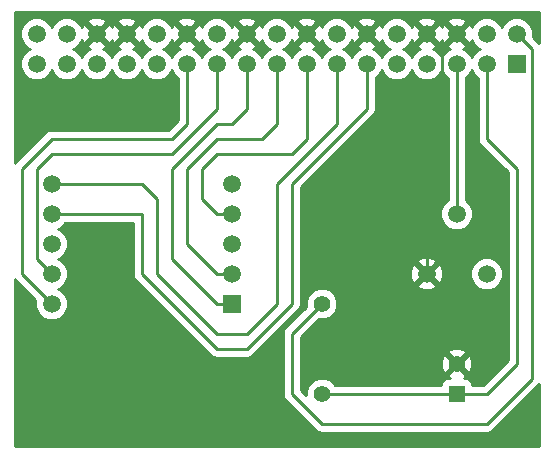
<source format=gbl>
G04 (created by PCBNEW (2013-07-07 BZR 4022)-stable) date 2/25/2014 3:14:01 PM*
%MOIN*%
G04 Gerber Fmt 3.4, Leading zero omitted, Abs format*
%FSLAX34Y34*%
G01*
G70*
G90*
G04 APERTURE LIST*
%ADD10C,0.00590551*%
%ADD11C,0.055*%
%ADD12C,0.0590551*%
%ADD13R,0.0590551X0.0590551*%
%ADD14R,0.055X0.055*%
%ADD15C,0.01*%
G04 APERTURE END LIST*
G54D10*
G54D11*
X52000Y-33500D03*
X52000Y-30500D03*
G54D12*
X55500Y-29500D03*
X57500Y-29500D03*
X56500Y-27500D03*
G54D13*
X49000Y-30500D03*
G54D12*
X49000Y-29500D03*
X49000Y-28500D03*
X49000Y-27500D03*
X49000Y-26500D03*
X43000Y-26500D03*
X43000Y-27500D03*
X43000Y-28500D03*
X43000Y-29500D03*
X43000Y-30500D03*
G54D14*
X56500Y-33500D03*
G54D11*
X56500Y-32500D03*
G54D13*
X58500Y-22500D03*
G54D12*
X58500Y-21500D03*
X57500Y-22500D03*
X57500Y-21500D03*
X56500Y-22500D03*
X56500Y-21500D03*
X55500Y-22500D03*
X55500Y-21500D03*
X54500Y-22500D03*
X54500Y-21500D03*
X53500Y-22500D03*
X53500Y-21500D03*
X52500Y-22500D03*
X52500Y-21500D03*
X51500Y-22500D03*
X51500Y-21500D03*
X50500Y-22500D03*
X50500Y-21500D03*
X49500Y-22500D03*
X49500Y-21500D03*
X48500Y-22500D03*
X48500Y-21500D03*
X47500Y-22500D03*
X47500Y-21500D03*
X46500Y-22500D03*
X46500Y-21500D03*
X45500Y-22500D03*
X45500Y-21500D03*
X44500Y-22500D03*
X44500Y-21500D03*
X43500Y-22500D03*
X43500Y-21500D03*
X42500Y-22500D03*
X42500Y-21500D03*
G54D15*
X55500Y-21500D02*
X56000Y-22000D01*
X55500Y-23500D02*
X55500Y-29500D01*
X56000Y-23000D02*
X55500Y-23500D01*
X56000Y-22000D02*
X56000Y-23000D01*
X52000Y-30500D02*
X51000Y-31500D01*
X59000Y-22000D02*
X58500Y-21500D01*
X59000Y-25500D02*
X59000Y-22000D01*
X59000Y-33000D02*
X59000Y-25500D01*
X57500Y-34500D02*
X59000Y-33000D01*
X52000Y-34500D02*
X57500Y-34500D01*
X51000Y-33500D02*
X52000Y-34500D01*
X51000Y-31500D02*
X51000Y-33500D01*
X56500Y-27500D02*
X56500Y-22500D01*
X56500Y-33500D02*
X57500Y-33500D01*
X57500Y-25000D02*
X57500Y-22500D01*
X58500Y-26000D02*
X57500Y-25000D01*
X58500Y-32500D02*
X58500Y-26000D01*
X57500Y-33500D02*
X58500Y-32500D01*
X52000Y-33500D02*
X56500Y-33500D01*
X43000Y-27500D02*
X46000Y-27500D01*
X53500Y-24000D02*
X53500Y-22500D01*
X51000Y-26500D02*
X53500Y-24000D01*
X51000Y-30500D02*
X51000Y-26500D01*
X49500Y-32000D02*
X51000Y-30500D01*
X48500Y-32000D02*
X49500Y-32000D01*
X46000Y-29500D02*
X48500Y-32000D01*
X46000Y-27500D02*
X46000Y-29500D01*
X43000Y-26500D02*
X46000Y-26500D01*
X52500Y-24500D02*
X52500Y-22500D01*
X50500Y-26500D02*
X52500Y-24500D01*
X50500Y-30500D02*
X50500Y-26500D01*
X49500Y-31500D02*
X50500Y-30500D01*
X48500Y-31500D02*
X49500Y-31500D01*
X46500Y-29500D02*
X48500Y-31500D01*
X46500Y-27000D02*
X46500Y-29500D01*
X46000Y-26500D02*
X46500Y-27000D01*
X49000Y-27500D02*
X48500Y-27500D01*
X51500Y-25000D02*
X51500Y-22500D01*
X51000Y-25500D02*
X51500Y-25000D01*
X48500Y-25500D02*
X51000Y-25500D01*
X48000Y-26000D02*
X48500Y-25500D01*
X48000Y-27000D02*
X48000Y-26000D01*
X48500Y-27500D02*
X48000Y-27000D01*
X49000Y-29500D02*
X48500Y-29500D01*
X50500Y-24500D02*
X50500Y-22500D01*
X50000Y-25000D02*
X50500Y-24500D01*
X48500Y-25000D02*
X50000Y-25000D01*
X47500Y-26000D02*
X48500Y-25000D01*
X47500Y-28500D02*
X47500Y-26000D01*
X48500Y-29500D02*
X47500Y-28500D01*
X49000Y-30500D02*
X48500Y-30500D01*
X49500Y-24000D02*
X49500Y-22500D01*
X49000Y-24500D02*
X49500Y-24000D01*
X48500Y-24500D02*
X49000Y-24500D01*
X47000Y-26000D02*
X48500Y-24500D01*
X47000Y-29000D02*
X47000Y-26000D01*
X48500Y-30500D02*
X47000Y-29000D01*
X43000Y-29500D02*
X42500Y-29000D01*
X48500Y-24000D02*
X48500Y-22500D01*
X47000Y-25500D02*
X48500Y-24000D01*
X43000Y-25500D02*
X47000Y-25500D01*
X42500Y-26000D02*
X43000Y-25500D01*
X42500Y-29000D02*
X42500Y-26000D01*
X43000Y-30500D02*
X42000Y-29500D01*
X47500Y-24500D02*
X47500Y-22500D01*
X47000Y-25000D02*
X47500Y-24500D01*
X43000Y-25000D02*
X47000Y-25000D01*
X42000Y-26000D02*
X43000Y-25000D01*
X42000Y-29500D02*
X42000Y-26000D01*
G54D10*
G36*
X59230Y-21815D02*
X59212Y-21787D01*
X59212Y-21787D01*
X59041Y-21617D01*
X59045Y-21608D01*
X59045Y-21392D01*
X58962Y-21191D01*
X58809Y-21038D01*
X58608Y-20954D01*
X58392Y-20954D01*
X58191Y-21037D01*
X58038Y-21190D01*
X58000Y-21282D01*
X57962Y-21191D01*
X57809Y-21038D01*
X57608Y-20954D01*
X57392Y-20954D01*
X57191Y-21037D01*
X57038Y-21190D01*
X57002Y-21275D01*
X56977Y-21214D01*
X56882Y-21188D01*
X56811Y-21258D01*
X56811Y-21117D01*
X56785Y-21022D01*
X56580Y-20949D01*
X56363Y-20960D01*
X56214Y-21022D01*
X56188Y-21117D01*
X56500Y-21429D01*
X56811Y-21117D01*
X56811Y-21258D01*
X56570Y-21500D01*
X56882Y-21811D01*
X56977Y-21785D01*
X57000Y-21719D01*
X57037Y-21808D01*
X57190Y-21961D01*
X57282Y-21999D01*
X57191Y-22037D01*
X57038Y-22190D01*
X57000Y-22282D01*
X56962Y-22191D01*
X56809Y-22038D01*
X56724Y-22002D01*
X56785Y-21977D01*
X56811Y-21882D01*
X56500Y-21570D01*
X56429Y-21641D01*
X56429Y-21500D01*
X56117Y-21188D01*
X56022Y-21214D01*
X56001Y-21273D01*
X55977Y-21214D01*
X55882Y-21188D01*
X55811Y-21258D01*
X55811Y-21117D01*
X55785Y-21022D01*
X55580Y-20949D01*
X55363Y-20960D01*
X55214Y-21022D01*
X55188Y-21117D01*
X55500Y-21429D01*
X55811Y-21117D01*
X55811Y-21258D01*
X55570Y-21500D01*
X55882Y-21811D01*
X55977Y-21785D01*
X55998Y-21726D01*
X56022Y-21785D01*
X56117Y-21811D01*
X56429Y-21500D01*
X56429Y-21641D01*
X56188Y-21882D01*
X56214Y-21977D01*
X56280Y-22000D01*
X56191Y-22037D01*
X56038Y-22190D01*
X56000Y-22282D01*
X55962Y-22191D01*
X55809Y-22038D01*
X55724Y-22002D01*
X55785Y-21977D01*
X55811Y-21882D01*
X55500Y-21570D01*
X55188Y-21882D01*
X55214Y-21977D01*
X55280Y-22000D01*
X55191Y-22037D01*
X55038Y-22190D01*
X55000Y-22282D01*
X54962Y-22191D01*
X54809Y-22038D01*
X54717Y-22000D01*
X54808Y-21962D01*
X54961Y-21809D01*
X54997Y-21724D01*
X55022Y-21785D01*
X55117Y-21811D01*
X55429Y-21500D01*
X55117Y-21188D01*
X55022Y-21214D01*
X54999Y-21280D01*
X54962Y-21191D01*
X54809Y-21038D01*
X54608Y-20954D01*
X54392Y-20954D01*
X54191Y-21037D01*
X54038Y-21190D01*
X54002Y-21275D01*
X53977Y-21214D01*
X53882Y-21188D01*
X53811Y-21258D01*
X53811Y-21117D01*
X53785Y-21022D01*
X53580Y-20949D01*
X53363Y-20960D01*
X53214Y-21022D01*
X53188Y-21117D01*
X53500Y-21429D01*
X53811Y-21117D01*
X53811Y-21258D01*
X53570Y-21500D01*
X53882Y-21811D01*
X53977Y-21785D01*
X54000Y-21719D01*
X54037Y-21808D01*
X54190Y-21961D01*
X54282Y-21999D01*
X54191Y-22037D01*
X54038Y-22190D01*
X54000Y-22282D01*
X53962Y-22191D01*
X53809Y-22038D01*
X53724Y-22002D01*
X53785Y-21977D01*
X53811Y-21882D01*
X53500Y-21570D01*
X53188Y-21882D01*
X53214Y-21977D01*
X53280Y-22000D01*
X53191Y-22037D01*
X53038Y-22190D01*
X53000Y-22282D01*
X52962Y-22191D01*
X52809Y-22038D01*
X52717Y-22000D01*
X52808Y-21962D01*
X52961Y-21809D01*
X52997Y-21724D01*
X53022Y-21785D01*
X53117Y-21811D01*
X53429Y-21500D01*
X53117Y-21188D01*
X53022Y-21214D01*
X52999Y-21280D01*
X52962Y-21191D01*
X52809Y-21038D01*
X52608Y-20954D01*
X52392Y-20954D01*
X52191Y-21037D01*
X52038Y-21190D01*
X52002Y-21275D01*
X51977Y-21214D01*
X51882Y-21188D01*
X51811Y-21258D01*
X51811Y-21117D01*
X51785Y-21022D01*
X51580Y-20949D01*
X51363Y-20960D01*
X51214Y-21022D01*
X51188Y-21117D01*
X51500Y-21429D01*
X51811Y-21117D01*
X51811Y-21258D01*
X51570Y-21500D01*
X51882Y-21811D01*
X51977Y-21785D01*
X52000Y-21719D01*
X52037Y-21808D01*
X52190Y-21961D01*
X52282Y-21999D01*
X52191Y-22037D01*
X52038Y-22190D01*
X52000Y-22282D01*
X51962Y-22191D01*
X51809Y-22038D01*
X51724Y-22002D01*
X51785Y-21977D01*
X51811Y-21882D01*
X51500Y-21570D01*
X51188Y-21882D01*
X51214Y-21977D01*
X51280Y-22000D01*
X51191Y-22037D01*
X51038Y-22190D01*
X51000Y-22282D01*
X50962Y-22191D01*
X50809Y-22038D01*
X50717Y-22000D01*
X50808Y-21962D01*
X50961Y-21809D01*
X50997Y-21724D01*
X51022Y-21785D01*
X51117Y-21811D01*
X51429Y-21500D01*
X51117Y-21188D01*
X51022Y-21214D01*
X50999Y-21280D01*
X50962Y-21191D01*
X50809Y-21038D01*
X50608Y-20954D01*
X50392Y-20954D01*
X50191Y-21037D01*
X50038Y-21190D01*
X50002Y-21275D01*
X49977Y-21214D01*
X49882Y-21188D01*
X49811Y-21258D01*
X49811Y-21117D01*
X49785Y-21022D01*
X49580Y-20949D01*
X49363Y-20960D01*
X49214Y-21022D01*
X49188Y-21117D01*
X49500Y-21429D01*
X49811Y-21117D01*
X49811Y-21258D01*
X49570Y-21500D01*
X49882Y-21811D01*
X49977Y-21785D01*
X50000Y-21719D01*
X50037Y-21808D01*
X50190Y-21961D01*
X50282Y-21999D01*
X50191Y-22037D01*
X50038Y-22190D01*
X50000Y-22282D01*
X49962Y-22191D01*
X49809Y-22038D01*
X49724Y-22002D01*
X49785Y-21977D01*
X49811Y-21882D01*
X49500Y-21570D01*
X49188Y-21882D01*
X49214Y-21977D01*
X49280Y-22000D01*
X49191Y-22037D01*
X49038Y-22190D01*
X49000Y-22282D01*
X48962Y-22191D01*
X48809Y-22038D01*
X48717Y-22000D01*
X48808Y-21962D01*
X48961Y-21809D01*
X48997Y-21724D01*
X49022Y-21785D01*
X49117Y-21811D01*
X49429Y-21500D01*
X49117Y-21188D01*
X49022Y-21214D01*
X48999Y-21280D01*
X48962Y-21191D01*
X48809Y-21038D01*
X48608Y-20954D01*
X48392Y-20954D01*
X48191Y-21037D01*
X48038Y-21190D01*
X48002Y-21275D01*
X47977Y-21214D01*
X47882Y-21188D01*
X47811Y-21258D01*
X47811Y-21117D01*
X47785Y-21022D01*
X47580Y-20949D01*
X47363Y-20960D01*
X47214Y-21022D01*
X47188Y-21117D01*
X47500Y-21429D01*
X47811Y-21117D01*
X47811Y-21258D01*
X47570Y-21500D01*
X47882Y-21811D01*
X47977Y-21785D01*
X48000Y-21719D01*
X48037Y-21808D01*
X48190Y-21961D01*
X48282Y-21999D01*
X48191Y-22037D01*
X48038Y-22190D01*
X48000Y-22282D01*
X47962Y-22191D01*
X47809Y-22038D01*
X47724Y-22002D01*
X47785Y-21977D01*
X47811Y-21882D01*
X47500Y-21570D01*
X47188Y-21882D01*
X47214Y-21977D01*
X47280Y-22000D01*
X47191Y-22037D01*
X47038Y-22190D01*
X47000Y-22282D01*
X46962Y-22191D01*
X46809Y-22038D01*
X46717Y-22000D01*
X46808Y-21962D01*
X46961Y-21809D01*
X46997Y-21724D01*
X47022Y-21785D01*
X47117Y-21811D01*
X47429Y-21500D01*
X47117Y-21188D01*
X47022Y-21214D01*
X46999Y-21280D01*
X46962Y-21191D01*
X46809Y-21038D01*
X46608Y-20954D01*
X46392Y-20954D01*
X46191Y-21037D01*
X46038Y-21190D01*
X46002Y-21275D01*
X45977Y-21214D01*
X45882Y-21188D01*
X45811Y-21258D01*
X45811Y-21117D01*
X45785Y-21022D01*
X45580Y-20949D01*
X45363Y-20960D01*
X45214Y-21022D01*
X45188Y-21117D01*
X45500Y-21429D01*
X45811Y-21117D01*
X45811Y-21258D01*
X45570Y-21500D01*
X45882Y-21811D01*
X45977Y-21785D01*
X46000Y-21719D01*
X46037Y-21808D01*
X46190Y-21961D01*
X46282Y-21999D01*
X46191Y-22037D01*
X46038Y-22190D01*
X46000Y-22282D01*
X45962Y-22191D01*
X45809Y-22038D01*
X45724Y-22002D01*
X45785Y-21977D01*
X45811Y-21882D01*
X45500Y-21570D01*
X45429Y-21641D01*
X45429Y-21500D01*
X45117Y-21188D01*
X45022Y-21214D01*
X45001Y-21273D01*
X44977Y-21214D01*
X44882Y-21188D01*
X44811Y-21258D01*
X44811Y-21117D01*
X44785Y-21022D01*
X44580Y-20949D01*
X44363Y-20960D01*
X44214Y-21022D01*
X44188Y-21117D01*
X44500Y-21429D01*
X44811Y-21117D01*
X44811Y-21258D01*
X44570Y-21500D01*
X44882Y-21811D01*
X44977Y-21785D01*
X44998Y-21726D01*
X45022Y-21785D01*
X45117Y-21811D01*
X45429Y-21500D01*
X45429Y-21641D01*
X45188Y-21882D01*
X45214Y-21977D01*
X45280Y-22000D01*
X45191Y-22037D01*
X45038Y-22190D01*
X45000Y-22282D01*
X44962Y-22191D01*
X44809Y-22038D01*
X44724Y-22002D01*
X44785Y-21977D01*
X44811Y-21882D01*
X44500Y-21570D01*
X44188Y-21882D01*
X44214Y-21977D01*
X44280Y-22000D01*
X44191Y-22037D01*
X44038Y-22190D01*
X44000Y-22282D01*
X43962Y-22191D01*
X43809Y-22038D01*
X43717Y-22000D01*
X43808Y-21962D01*
X43961Y-21809D01*
X43997Y-21724D01*
X44022Y-21785D01*
X44117Y-21811D01*
X44429Y-21500D01*
X44117Y-21188D01*
X44022Y-21214D01*
X43999Y-21280D01*
X43962Y-21191D01*
X43809Y-21038D01*
X43608Y-20954D01*
X43392Y-20954D01*
X43191Y-21037D01*
X43038Y-21190D01*
X43000Y-21282D01*
X42962Y-21191D01*
X42809Y-21038D01*
X42608Y-20954D01*
X42392Y-20954D01*
X42191Y-21037D01*
X42038Y-21190D01*
X41954Y-21391D01*
X41954Y-21607D01*
X42037Y-21808D01*
X42190Y-21961D01*
X42282Y-21999D01*
X42191Y-22037D01*
X42038Y-22190D01*
X41954Y-22391D01*
X41954Y-22607D01*
X42037Y-22808D01*
X42190Y-22961D01*
X42391Y-23045D01*
X42607Y-23045D01*
X42808Y-22962D01*
X42961Y-22809D01*
X42999Y-22717D01*
X43037Y-22808D01*
X43190Y-22961D01*
X43391Y-23045D01*
X43607Y-23045D01*
X43808Y-22962D01*
X43961Y-22809D01*
X43999Y-22717D01*
X44037Y-22808D01*
X44190Y-22961D01*
X44391Y-23045D01*
X44607Y-23045D01*
X44808Y-22962D01*
X44961Y-22809D01*
X44999Y-22717D01*
X45037Y-22808D01*
X45190Y-22961D01*
X45391Y-23045D01*
X45607Y-23045D01*
X45808Y-22962D01*
X45961Y-22809D01*
X45999Y-22717D01*
X46037Y-22808D01*
X46190Y-22961D01*
X46391Y-23045D01*
X46607Y-23045D01*
X46808Y-22962D01*
X46961Y-22809D01*
X46999Y-22717D01*
X47037Y-22808D01*
X47190Y-22961D01*
X47200Y-22965D01*
X47200Y-24375D01*
X46875Y-24700D01*
X43000Y-24700D01*
X42885Y-24722D01*
X42787Y-24787D01*
X41787Y-25787D01*
X41769Y-25815D01*
X41769Y-20769D01*
X59230Y-20769D01*
X59230Y-21815D01*
X59230Y-21815D01*
G37*
G54D15*
X59230Y-21815D02*
X59212Y-21787D01*
X59212Y-21787D01*
X59041Y-21617D01*
X59045Y-21608D01*
X59045Y-21392D01*
X58962Y-21191D01*
X58809Y-21038D01*
X58608Y-20954D01*
X58392Y-20954D01*
X58191Y-21037D01*
X58038Y-21190D01*
X58000Y-21282D01*
X57962Y-21191D01*
X57809Y-21038D01*
X57608Y-20954D01*
X57392Y-20954D01*
X57191Y-21037D01*
X57038Y-21190D01*
X57002Y-21275D01*
X56977Y-21214D01*
X56882Y-21188D01*
X56811Y-21258D01*
X56811Y-21117D01*
X56785Y-21022D01*
X56580Y-20949D01*
X56363Y-20960D01*
X56214Y-21022D01*
X56188Y-21117D01*
X56500Y-21429D01*
X56811Y-21117D01*
X56811Y-21258D01*
X56570Y-21500D01*
X56882Y-21811D01*
X56977Y-21785D01*
X57000Y-21719D01*
X57037Y-21808D01*
X57190Y-21961D01*
X57282Y-21999D01*
X57191Y-22037D01*
X57038Y-22190D01*
X57000Y-22282D01*
X56962Y-22191D01*
X56809Y-22038D01*
X56724Y-22002D01*
X56785Y-21977D01*
X56811Y-21882D01*
X56500Y-21570D01*
X56429Y-21641D01*
X56429Y-21500D01*
X56117Y-21188D01*
X56022Y-21214D01*
X56001Y-21273D01*
X55977Y-21214D01*
X55882Y-21188D01*
X55811Y-21258D01*
X55811Y-21117D01*
X55785Y-21022D01*
X55580Y-20949D01*
X55363Y-20960D01*
X55214Y-21022D01*
X55188Y-21117D01*
X55500Y-21429D01*
X55811Y-21117D01*
X55811Y-21258D01*
X55570Y-21500D01*
X55882Y-21811D01*
X55977Y-21785D01*
X55998Y-21726D01*
X56022Y-21785D01*
X56117Y-21811D01*
X56429Y-21500D01*
X56429Y-21641D01*
X56188Y-21882D01*
X56214Y-21977D01*
X56280Y-22000D01*
X56191Y-22037D01*
X56038Y-22190D01*
X56000Y-22282D01*
X55962Y-22191D01*
X55809Y-22038D01*
X55724Y-22002D01*
X55785Y-21977D01*
X55811Y-21882D01*
X55500Y-21570D01*
X55188Y-21882D01*
X55214Y-21977D01*
X55280Y-22000D01*
X55191Y-22037D01*
X55038Y-22190D01*
X55000Y-22282D01*
X54962Y-22191D01*
X54809Y-22038D01*
X54717Y-22000D01*
X54808Y-21962D01*
X54961Y-21809D01*
X54997Y-21724D01*
X55022Y-21785D01*
X55117Y-21811D01*
X55429Y-21500D01*
X55117Y-21188D01*
X55022Y-21214D01*
X54999Y-21280D01*
X54962Y-21191D01*
X54809Y-21038D01*
X54608Y-20954D01*
X54392Y-20954D01*
X54191Y-21037D01*
X54038Y-21190D01*
X54002Y-21275D01*
X53977Y-21214D01*
X53882Y-21188D01*
X53811Y-21258D01*
X53811Y-21117D01*
X53785Y-21022D01*
X53580Y-20949D01*
X53363Y-20960D01*
X53214Y-21022D01*
X53188Y-21117D01*
X53500Y-21429D01*
X53811Y-21117D01*
X53811Y-21258D01*
X53570Y-21500D01*
X53882Y-21811D01*
X53977Y-21785D01*
X54000Y-21719D01*
X54037Y-21808D01*
X54190Y-21961D01*
X54282Y-21999D01*
X54191Y-22037D01*
X54038Y-22190D01*
X54000Y-22282D01*
X53962Y-22191D01*
X53809Y-22038D01*
X53724Y-22002D01*
X53785Y-21977D01*
X53811Y-21882D01*
X53500Y-21570D01*
X53188Y-21882D01*
X53214Y-21977D01*
X53280Y-22000D01*
X53191Y-22037D01*
X53038Y-22190D01*
X53000Y-22282D01*
X52962Y-22191D01*
X52809Y-22038D01*
X52717Y-22000D01*
X52808Y-21962D01*
X52961Y-21809D01*
X52997Y-21724D01*
X53022Y-21785D01*
X53117Y-21811D01*
X53429Y-21500D01*
X53117Y-21188D01*
X53022Y-21214D01*
X52999Y-21280D01*
X52962Y-21191D01*
X52809Y-21038D01*
X52608Y-20954D01*
X52392Y-20954D01*
X52191Y-21037D01*
X52038Y-21190D01*
X52002Y-21275D01*
X51977Y-21214D01*
X51882Y-21188D01*
X51811Y-21258D01*
X51811Y-21117D01*
X51785Y-21022D01*
X51580Y-20949D01*
X51363Y-20960D01*
X51214Y-21022D01*
X51188Y-21117D01*
X51500Y-21429D01*
X51811Y-21117D01*
X51811Y-21258D01*
X51570Y-21500D01*
X51882Y-21811D01*
X51977Y-21785D01*
X52000Y-21719D01*
X52037Y-21808D01*
X52190Y-21961D01*
X52282Y-21999D01*
X52191Y-22037D01*
X52038Y-22190D01*
X52000Y-22282D01*
X51962Y-22191D01*
X51809Y-22038D01*
X51724Y-22002D01*
X51785Y-21977D01*
X51811Y-21882D01*
X51500Y-21570D01*
X51188Y-21882D01*
X51214Y-21977D01*
X51280Y-22000D01*
X51191Y-22037D01*
X51038Y-22190D01*
X51000Y-22282D01*
X50962Y-22191D01*
X50809Y-22038D01*
X50717Y-22000D01*
X50808Y-21962D01*
X50961Y-21809D01*
X50997Y-21724D01*
X51022Y-21785D01*
X51117Y-21811D01*
X51429Y-21500D01*
X51117Y-21188D01*
X51022Y-21214D01*
X50999Y-21280D01*
X50962Y-21191D01*
X50809Y-21038D01*
X50608Y-20954D01*
X50392Y-20954D01*
X50191Y-21037D01*
X50038Y-21190D01*
X50002Y-21275D01*
X49977Y-21214D01*
X49882Y-21188D01*
X49811Y-21258D01*
X49811Y-21117D01*
X49785Y-21022D01*
X49580Y-20949D01*
X49363Y-20960D01*
X49214Y-21022D01*
X49188Y-21117D01*
X49500Y-21429D01*
X49811Y-21117D01*
X49811Y-21258D01*
X49570Y-21500D01*
X49882Y-21811D01*
X49977Y-21785D01*
X50000Y-21719D01*
X50037Y-21808D01*
X50190Y-21961D01*
X50282Y-21999D01*
X50191Y-22037D01*
X50038Y-22190D01*
X50000Y-22282D01*
X49962Y-22191D01*
X49809Y-22038D01*
X49724Y-22002D01*
X49785Y-21977D01*
X49811Y-21882D01*
X49500Y-21570D01*
X49188Y-21882D01*
X49214Y-21977D01*
X49280Y-22000D01*
X49191Y-22037D01*
X49038Y-22190D01*
X49000Y-22282D01*
X48962Y-22191D01*
X48809Y-22038D01*
X48717Y-22000D01*
X48808Y-21962D01*
X48961Y-21809D01*
X48997Y-21724D01*
X49022Y-21785D01*
X49117Y-21811D01*
X49429Y-21500D01*
X49117Y-21188D01*
X49022Y-21214D01*
X48999Y-21280D01*
X48962Y-21191D01*
X48809Y-21038D01*
X48608Y-20954D01*
X48392Y-20954D01*
X48191Y-21037D01*
X48038Y-21190D01*
X48002Y-21275D01*
X47977Y-21214D01*
X47882Y-21188D01*
X47811Y-21258D01*
X47811Y-21117D01*
X47785Y-21022D01*
X47580Y-20949D01*
X47363Y-20960D01*
X47214Y-21022D01*
X47188Y-21117D01*
X47500Y-21429D01*
X47811Y-21117D01*
X47811Y-21258D01*
X47570Y-21500D01*
X47882Y-21811D01*
X47977Y-21785D01*
X48000Y-21719D01*
X48037Y-21808D01*
X48190Y-21961D01*
X48282Y-21999D01*
X48191Y-22037D01*
X48038Y-22190D01*
X48000Y-22282D01*
X47962Y-22191D01*
X47809Y-22038D01*
X47724Y-22002D01*
X47785Y-21977D01*
X47811Y-21882D01*
X47500Y-21570D01*
X47188Y-21882D01*
X47214Y-21977D01*
X47280Y-22000D01*
X47191Y-22037D01*
X47038Y-22190D01*
X47000Y-22282D01*
X46962Y-22191D01*
X46809Y-22038D01*
X46717Y-22000D01*
X46808Y-21962D01*
X46961Y-21809D01*
X46997Y-21724D01*
X47022Y-21785D01*
X47117Y-21811D01*
X47429Y-21500D01*
X47117Y-21188D01*
X47022Y-21214D01*
X46999Y-21280D01*
X46962Y-21191D01*
X46809Y-21038D01*
X46608Y-20954D01*
X46392Y-20954D01*
X46191Y-21037D01*
X46038Y-21190D01*
X46002Y-21275D01*
X45977Y-21214D01*
X45882Y-21188D01*
X45811Y-21258D01*
X45811Y-21117D01*
X45785Y-21022D01*
X45580Y-20949D01*
X45363Y-20960D01*
X45214Y-21022D01*
X45188Y-21117D01*
X45500Y-21429D01*
X45811Y-21117D01*
X45811Y-21258D01*
X45570Y-21500D01*
X45882Y-21811D01*
X45977Y-21785D01*
X46000Y-21719D01*
X46037Y-21808D01*
X46190Y-21961D01*
X46282Y-21999D01*
X46191Y-22037D01*
X46038Y-22190D01*
X46000Y-22282D01*
X45962Y-22191D01*
X45809Y-22038D01*
X45724Y-22002D01*
X45785Y-21977D01*
X45811Y-21882D01*
X45500Y-21570D01*
X45429Y-21641D01*
X45429Y-21500D01*
X45117Y-21188D01*
X45022Y-21214D01*
X45001Y-21273D01*
X44977Y-21214D01*
X44882Y-21188D01*
X44811Y-21258D01*
X44811Y-21117D01*
X44785Y-21022D01*
X44580Y-20949D01*
X44363Y-20960D01*
X44214Y-21022D01*
X44188Y-21117D01*
X44500Y-21429D01*
X44811Y-21117D01*
X44811Y-21258D01*
X44570Y-21500D01*
X44882Y-21811D01*
X44977Y-21785D01*
X44998Y-21726D01*
X45022Y-21785D01*
X45117Y-21811D01*
X45429Y-21500D01*
X45429Y-21641D01*
X45188Y-21882D01*
X45214Y-21977D01*
X45280Y-22000D01*
X45191Y-22037D01*
X45038Y-22190D01*
X45000Y-22282D01*
X44962Y-22191D01*
X44809Y-22038D01*
X44724Y-22002D01*
X44785Y-21977D01*
X44811Y-21882D01*
X44500Y-21570D01*
X44188Y-21882D01*
X44214Y-21977D01*
X44280Y-22000D01*
X44191Y-22037D01*
X44038Y-22190D01*
X44000Y-22282D01*
X43962Y-22191D01*
X43809Y-22038D01*
X43717Y-22000D01*
X43808Y-21962D01*
X43961Y-21809D01*
X43997Y-21724D01*
X44022Y-21785D01*
X44117Y-21811D01*
X44429Y-21500D01*
X44117Y-21188D01*
X44022Y-21214D01*
X43999Y-21280D01*
X43962Y-21191D01*
X43809Y-21038D01*
X43608Y-20954D01*
X43392Y-20954D01*
X43191Y-21037D01*
X43038Y-21190D01*
X43000Y-21282D01*
X42962Y-21191D01*
X42809Y-21038D01*
X42608Y-20954D01*
X42392Y-20954D01*
X42191Y-21037D01*
X42038Y-21190D01*
X41954Y-21391D01*
X41954Y-21607D01*
X42037Y-21808D01*
X42190Y-21961D01*
X42282Y-21999D01*
X42191Y-22037D01*
X42038Y-22190D01*
X41954Y-22391D01*
X41954Y-22607D01*
X42037Y-22808D01*
X42190Y-22961D01*
X42391Y-23045D01*
X42607Y-23045D01*
X42808Y-22962D01*
X42961Y-22809D01*
X42999Y-22717D01*
X43037Y-22808D01*
X43190Y-22961D01*
X43391Y-23045D01*
X43607Y-23045D01*
X43808Y-22962D01*
X43961Y-22809D01*
X43999Y-22717D01*
X44037Y-22808D01*
X44190Y-22961D01*
X44391Y-23045D01*
X44607Y-23045D01*
X44808Y-22962D01*
X44961Y-22809D01*
X44999Y-22717D01*
X45037Y-22808D01*
X45190Y-22961D01*
X45391Y-23045D01*
X45607Y-23045D01*
X45808Y-22962D01*
X45961Y-22809D01*
X45999Y-22717D01*
X46037Y-22808D01*
X46190Y-22961D01*
X46391Y-23045D01*
X46607Y-23045D01*
X46808Y-22962D01*
X46961Y-22809D01*
X46999Y-22717D01*
X47037Y-22808D01*
X47190Y-22961D01*
X47200Y-22965D01*
X47200Y-24375D01*
X46875Y-24700D01*
X43000Y-24700D01*
X42885Y-24722D01*
X42787Y-24787D01*
X41787Y-25787D01*
X41769Y-25815D01*
X41769Y-20769D01*
X59230Y-20769D01*
X59230Y-21815D01*
G54D10*
G36*
X59230Y-35230D02*
X41769Y-35230D01*
X41769Y-29684D01*
X41787Y-29712D01*
X42458Y-30382D01*
X42454Y-30391D01*
X42454Y-30607D01*
X42537Y-30808D01*
X42690Y-30961D01*
X42891Y-31045D01*
X43107Y-31045D01*
X43308Y-30962D01*
X43461Y-30809D01*
X43545Y-30608D01*
X43545Y-30392D01*
X43462Y-30191D01*
X43309Y-30038D01*
X43217Y-30000D01*
X43308Y-29962D01*
X43461Y-29809D01*
X43545Y-29608D01*
X43545Y-29392D01*
X43462Y-29191D01*
X43309Y-29038D01*
X43217Y-29000D01*
X43308Y-28962D01*
X43461Y-28809D01*
X43545Y-28608D01*
X43545Y-28392D01*
X43462Y-28191D01*
X43309Y-28038D01*
X43217Y-28000D01*
X43308Y-27962D01*
X43461Y-27809D01*
X43465Y-27800D01*
X45700Y-27800D01*
X45700Y-29500D01*
X45722Y-29614D01*
X45787Y-29712D01*
X48287Y-32212D01*
X48385Y-32277D01*
X48500Y-32300D01*
X49500Y-32300D01*
X49500Y-32299D01*
X49614Y-32277D01*
X49614Y-32277D01*
X49712Y-32212D01*
X51212Y-30712D01*
X51212Y-30712D01*
X51277Y-30614D01*
X51299Y-30500D01*
X51300Y-30500D01*
X51300Y-26624D01*
X53712Y-24212D01*
X53777Y-24114D01*
X53799Y-24000D01*
X53800Y-24000D01*
X53800Y-22966D01*
X53808Y-22962D01*
X53961Y-22809D01*
X53999Y-22717D01*
X54037Y-22808D01*
X54190Y-22961D01*
X54391Y-23045D01*
X54607Y-23045D01*
X54808Y-22962D01*
X54961Y-22809D01*
X54999Y-22717D01*
X55037Y-22808D01*
X55190Y-22961D01*
X55391Y-23045D01*
X55607Y-23045D01*
X55808Y-22962D01*
X55961Y-22809D01*
X55999Y-22717D01*
X56037Y-22808D01*
X56190Y-22961D01*
X56200Y-22965D01*
X56200Y-27033D01*
X56191Y-27037D01*
X56038Y-27190D01*
X55954Y-27391D01*
X55954Y-27607D01*
X56037Y-27808D01*
X56190Y-27961D01*
X56391Y-28045D01*
X56607Y-28045D01*
X56808Y-27962D01*
X56961Y-27809D01*
X57045Y-27608D01*
X57045Y-27392D01*
X56962Y-27191D01*
X56809Y-27038D01*
X56800Y-27034D01*
X56800Y-22966D01*
X56808Y-22962D01*
X56961Y-22809D01*
X56999Y-22717D01*
X57037Y-22808D01*
X57190Y-22961D01*
X57200Y-22965D01*
X57200Y-25000D01*
X57222Y-25114D01*
X57287Y-25212D01*
X58200Y-26124D01*
X58200Y-32375D01*
X58045Y-32530D01*
X58045Y-29392D01*
X57962Y-29191D01*
X57809Y-29038D01*
X57608Y-28954D01*
X57392Y-28954D01*
X57191Y-29037D01*
X57038Y-29190D01*
X56954Y-29391D01*
X56954Y-29607D01*
X57037Y-29808D01*
X57190Y-29961D01*
X57391Y-30045D01*
X57607Y-30045D01*
X57808Y-29962D01*
X57961Y-29809D01*
X58045Y-29608D01*
X58045Y-29392D01*
X58045Y-32530D01*
X57375Y-33200D01*
X57029Y-33200D01*
X57029Y-32575D01*
X57018Y-32367D01*
X56960Y-32227D01*
X56867Y-32202D01*
X56797Y-32273D01*
X56797Y-32132D01*
X56772Y-32039D01*
X56575Y-31970D01*
X56367Y-31981D01*
X56227Y-32039D01*
X56202Y-32132D01*
X56500Y-32429D01*
X56797Y-32132D01*
X56797Y-32273D01*
X56570Y-32500D01*
X56867Y-32797D01*
X56960Y-32772D01*
X57029Y-32575D01*
X57029Y-33200D01*
X57025Y-33200D01*
X57025Y-33175D01*
X56987Y-33083D01*
X56916Y-33013D01*
X56824Y-32975D01*
X56737Y-32974D01*
X56772Y-32960D01*
X56797Y-32867D01*
X56500Y-32570D01*
X56429Y-32641D01*
X56429Y-32500D01*
X56132Y-32202D01*
X56050Y-32224D01*
X56050Y-29580D01*
X56039Y-29363D01*
X55977Y-29214D01*
X55882Y-29188D01*
X55811Y-29258D01*
X55811Y-29117D01*
X55785Y-29022D01*
X55580Y-28949D01*
X55363Y-28960D01*
X55214Y-29022D01*
X55188Y-29117D01*
X55500Y-29429D01*
X55811Y-29117D01*
X55811Y-29258D01*
X55570Y-29500D01*
X55882Y-29811D01*
X55977Y-29785D01*
X56050Y-29580D01*
X56050Y-32224D01*
X56039Y-32227D01*
X55970Y-32424D01*
X55981Y-32632D01*
X56039Y-32772D01*
X56132Y-32797D01*
X56429Y-32500D01*
X56429Y-32641D01*
X56202Y-32867D01*
X56227Y-32960D01*
X56268Y-32974D01*
X56175Y-32974D01*
X56083Y-33012D01*
X56013Y-33083D01*
X55975Y-33175D01*
X55975Y-33200D01*
X55811Y-33200D01*
X55811Y-29882D01*
X55500Y-29570D01*
X55429Y-29641D01*
X55429Y-29500D01*
X55117Y-29188D01*
X55022Y-29214D01*
X54949Y-29419D01*
X54960Y-29636D01*
X55022Y-29785D01*
X55117Y-29811D01*
X55429Y-29500D01*
X55429Y-29641D01*
X55188Y-29882D01*
X55214Y-29977D01*
X55419Y-30050D01*
X55636Y-30039D01*
X55785Y-29977D01*
X55811Y-29882D01*
X55811Y-33200D01*
X52442Y-33200D01*
X52297Y-33055D01*
X52104Y-32975D01*
X51896Y-32974D01*
X51703Y-33054D01*
X51555Y-33202D01*
X51475Y-33395D01*
X51474Y-33550D01*
X51300Y-33375D01*
X51300Y-31624D01*
X51899Y-31024D01*
X52103Y-31025D01*
X52297Y-30945D01*
X52444Y-30797D01*
X52524Y-30604D01*
X52525Y-30396D01*
X52445Y-30203D01*
X52297Y-30055D01*
X52104Y-29975D01*
X51896Y-29974D01*
X51703Y-30054D01*
X51555Y-30202D01*
X51475Y-30395D01*
X51474Y-30600D01*
X50787Y-31287D01*
X50722Y-31385D01*
X50700Y-31500D01*
X50700Y-33500D01*
X50722Y-33614D01*
X50787Y-33712D01*
X51787Y-34712D01*
X51787Y-34712D01*
X51885Y-34777D01*
X52000Y-34800D01*
X57500Y-34800D01*
X57500Y-34799D01*
X57614Y-34777D01*
X57614Y-34777D01*
X57712Y-34712D01*
X59212Y-33212D01*
X59212Y-33212D01*
X59230Y-33184D01*
X59230Y-35230D01*
X59230Y-35230D01*
G37*
G54D15*
X59230Y-35230D02*
X41769Y-35230D01*
X41769Y-29684D01*
X41787Y-29712D01*
X42458Y-30382D01*
X42454Y-30391D01*
X42454Y-30607D01*
X42537Y-30808D01*
X42690Y-30961D01*
X42891Y-31045D01*
X43107Y-31045D01*
X43308Y-30962D01*
X43461Y-30809D01*
X43545Y-30608D01*
X43545Y-30392D01*
X43462Y-30191D01*
X43309Y-30038D01*
X43217Y-30000D01*
X43308Y-29962D01*
X43461Y-29809D01*
X43545Y-29608D01*
X43545Y-29392D01*
X43462Y-29191D01*
X43309Y-29038D01*
X43217Y-29000D01*
X43308Y-28962D01*
X43461Y-28809D01*
X43545Y-28608D01*
X43545Y-28392D01*
X43462Y-28191D01*
X43309Y-28038D01*
X43217Y-28000D01*
X43308Y-27962D01*
X43461Y-27809D01*
X43465Y-27800D01*
X45700Y-27800D01*
X45700Y-29500D01*
X45722Y-29614D01*
X45787Y-29712D01*
X48287Y-32212D01*
X48385Y-32277D01*
X48500Y-32300D01*
X49500Y-32300D01*
X49500Y-32299D01*
X49614Y-32277D01*
X49614Y-32277D01*
X49712Y-32212D01*
X51212Y-30712D01*
X51212Y-30712D01*
X51277Y-30614D01*
X51299Y-30500D01*
X51300Y-30500D01*
X51300Y-26624D01*
X53712Y-24212D01*
X53777Y-24114D01*
X53799Y-24000D01*
X53800Y-24000D01*
X53800Y-22966D01*
X53808Y-22962D01*
X53961Y-22809D01*
X53999Y-22717D01*
X54037Y-22808D01*
X54190Y-22961D01*
X54391Y-23045D01*
X54607Y-23045D01*
X54808Y-22962D01*
X54961Y-22809D01*
X54999Y-22717D01*
X55037Y-22808D01*
X55190Y-22961D01*
X55391Y-23045D01*
X55607Y-23045D01*
X55808Y-22962D01*
X55961Y-22809D01*
X55999Y-22717D01*
X56037Y-22808D01*
X56190Y-22961D01*
X56200Y-22965D01*
X56200Y-27033D01*
X56191Y-27037D01*
X56038Y-27190D01*
X55954Y-27391D01*
X55954Y-27607D01*
X56037Y-27808D01*
X56190Y-27961D01*
X56391Y-28045D01*
X56607Y-28045D01*
X56808Y-27962D01*
X56961Y-27809D01*
X57045Y-27608D01*
X57045Y-27392D01*
X56962Y-27191D01*
X56809Y-27038D01*
X56800Y-27034D01*
X56800Y-22966D01*
X56808Y-22962D01*
X56961Y-22809D01*
X56999Y-22717D01*
X57037Y-22808D01*
X57190Y-22961D01*
X57200Y-22965D01*
X57200Y-25000D01*
X57222Y-25114D01*
X57287Y-25212D01*
X58200Y-26124D01*
X58200Y-32375D01*
X58045Y-32530D01*
X58045Y-29392D01*
X57962Y-29191D01*
X57809Y-29038D01*
X57608Y-28954D01*
X57392Y-28954D01*
X57191Y-29037D01*
X57038Y-29190D01*
X56954Y-29391D01*
X56954Y-29607D01*
X57037Y-29808D01*
X57190Y-29961D01*
X57391Y-30045D01*
X57607Y-30045D01*
X57808Y-29962D01*
X57961Y-29809D01*
X58045Y-29608D01*
X58045Y-29392D01*
X58045Y-32530D01*
X57375Y-33200D01*
X57029Y-33200D01*
X57029Y-32575D01*
X57018Y-32367D01*
X56960Y-32227D01*
X56867Y-32202D01*
X56797Y-32273D01*
X56797Y-32132D01*
X56772Y-32039D01*
X56575Y-31970D01*
X56367Y-31981D01*
X56227Y-32039D01*
X56202Y-32132D01*
X56500Y-32429D01*
X56797Y-32132D01*
X56797Y-32273D01*
X56570Y-32500D01*
X56867Y-32797D01*
X56960Y-32772D01*
X57029Y-32575D01*
X57029Y-33200D01*
X57025Y-33200D01*
X57025Y-33175D01*
X56987Y-33083D01*
X56916Y-33013D01*
X56824Y-32975D01*
X56737Y-32974D01*
X56772Y-32960D01*
X56797Y-32867D01*
X56500Y-32570D01*
X56429Y-32641D01*
X56429Y-32500D01*
X56132Y-32202D01*
X56050Y-32224D01*
X56050Y-29580D01*
X56039Y-29363D01*
X55977Y-29214D01*
X55882Y-29188D01*
X55811Y-29258D01*
X55811Y-29117D01*
X55785Y-29022D01*
X55580Y-28949D01*
X55363Y-28960D01*
X55214Y-29022D01*
X55188Y-29117D01*
X55500Y-29429D01*
X55811Y-29117D01*
X55811Y-29258D01*
X55570Y-29500D01*
X55882Y-29811D01*
X55977Y-29785D01*
X56050Y-29580D01*
X56050Y-32224D01*
X56039Y-32227D01*
X55970Y-32424D01*
X55981Y-32632D01*
X56039Y-32772D01*
X56132Y-32797D01*
X56429Y-32500D01*
X56429Y-32641D01*
X56202Y-32867D01*
X56227Y-32960D01*
X56268Y-32974D01*
X56175Y-32974D01*
X56083Y-33012D01*
X56013Y-33083D01*
X55975Y-33175D01*
X55975Y-33200D01*
X55811Y-33200D01*
X55811Y-29882D01*
X55500Y-29570D01*
X55429Y-29641D01*
X55429Y-29500D01*
X55117Y-29188D01*
X55022Y-29214D01*
X54949Y-29419D01*
X54960Y-29636D01*
X55022Y-29785D01*
X55117Y-29811D01*
X55429Y-29500D01*
X55429Y-29641D01*
X55188Y-29882D01*
X55214Y-29977D01*
X55419Y-30050D01*
X55636Y-30039D01*
X55785Y-29977D01*
X55811Y-29882D01*
X55811Y-33200D01*
X52442Y-33200D01*
X52297Y-33055D01*
X52104Y-32975D01*
X51896Y-32974D01*
X51703Y-33054D01*
X51555Y-33202D01*
X51475Y-33395D01*
X51474Y-33550D01*
X51300Y-33375D01*
X51300Y-31624D01*
X51899Y-31024D01*
X52103Y-31025D01*
X52297Y-30945D01*
X52444Y-30797D01*
X52524Y-30604D01*
X52525Y-30396D01*
X52445Y-30203D01*
X52297Y-30055D01*
X52104Y-29975D01*
X51896Y-29974D01*
X51703Y-30054D01*
X51555Y-30202D01*
X51475Y-30395D01*
X51474Y-30600D01*
X50787Y-31287D01*
X50722Y-31385D01*
X50700Y-31500D01*
X50700Y-33500D01*
X50722Y-33614D01*
X50787Y-33712D01*
X51787Y-34712D01*
X51787Y-34712D01*
X51885Y-34777D01*
X52000Y-34800D01*
X57500Y-34800D01*
X57500Y-34799D01*
X57614Y-34777D01*
X57614Y-34777D01*
X57712Y-34712D01*
X59212Y-33212D01*
X59212Y-33212D01*
X59230Y-33184D01*
X59230Y-35230D01*
M02*

</source>
